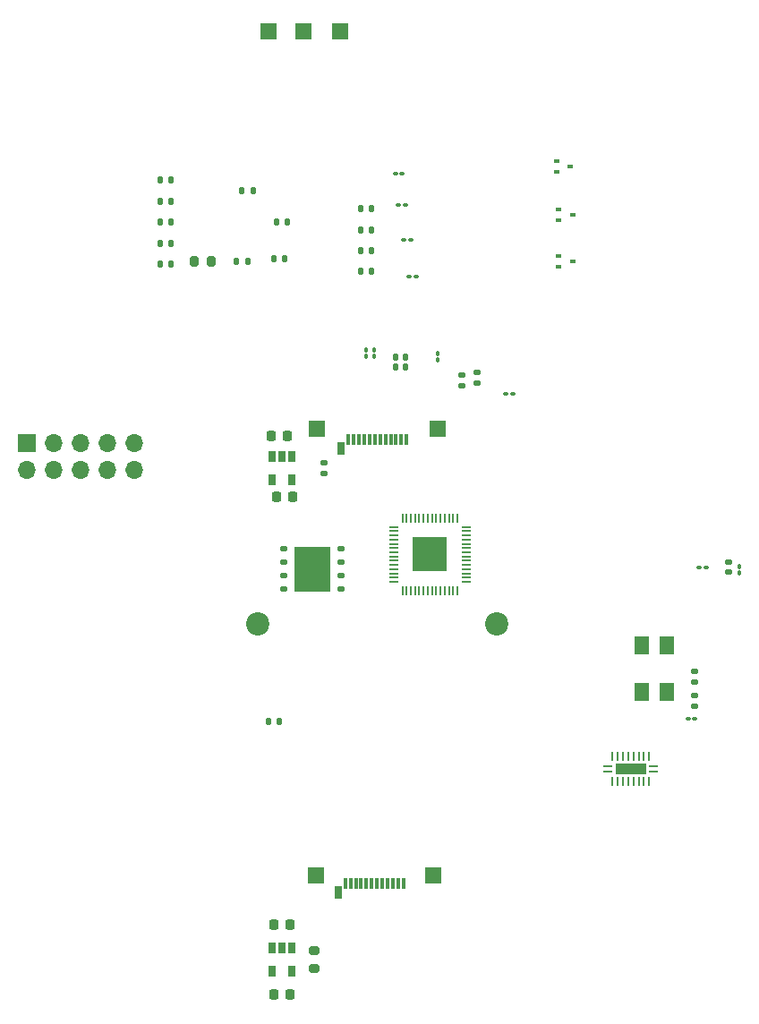
<source format=gbr>
%TF.GenerationSoftware,KiCad,Pcbnew,7.0.8*%
%TF.CreationDate,2024-04-02T14:21:28+02:00*%
%TF.ProjectId,Expansion_Card_Retrofit,45787061-6e73-4696-9f6e-5f436172645f,X1*%
%TF.SameCoordinates,Original*%
%TF.FileFunction,Soldermask,Top*%
%TF.FilePolarity,Negative*%
%FSLAX46Y46*%
G04 Gerber Fmt 4.6, Leading zero omitted, Abs format (unit mm)*
G04 Created by KiCad (PCBNEW 7.0.8) date 2024-04-02 14:21:28*
%MOMM*%
%LPD*%
G01*
G04 APERTURE LIST*
G04 Aperture macros list*
%AMRoundRect*
0 Rectangle with rounded corners*
0 $1 Rounding radius*
0 $2 $3 $4 $5 $6 $7 $8 $9 X,Y pos of 4 corners*
0 Add a 4 corners polygon primitive as box body*
4,1,4,$2,$3,$4,$5,$6,$7,$8,$9,$2,$3,0*
0 Add four circle primitives for the rounded corners*
1,1,$1+$1,$2,$3*
1,1,$1+$1,$4,$5*
1,1,$1+$1,$6,$7*
1,1,$1+$1,$8,$9*
0 Add four rect primitives between the rounded corners*
20,1,$1+$1,$2,$3,$4,$5,0*
20,1,$1+$1,$4,$5,$6,$7,0*
20,1,$1+$1,$6,$7,$8,$9,0*
20,1,$1+$1,$8,$9,$2,$3,0*%
G04 Aperture macros list end*
%ADD10R,0.650000X1.060000*%
%ADD11RoundRect,0.225000X0.225000X0.250000X-0.225000X0.250000X-0.225000X-0.250000X0.225000X-0.250000X0*%
%ADD12RoundRect,0.200000X-0.275000X0.200000X-0.275000X-0.200000X0.275000X-0.200000X0.275000X0.200000X0*%
%ADD13R,0.380000X1.000000*%
%ADD14R,0.700000X1.150000*%
%ADD15R,1.500000X1.500000*%
%ADD16C,2.200000*%
%ADD17RoundRect,0.125000X0.250000X0.125000X-0.250000X0.125000X-0.250000X-0.125000X0.250000X-0.125000X0*%
%ADD18R,3.400000X4.300000*%
%ADD19RoundRect,0.135000X-0.185000X0.135000X-0.185000X-0.135000X0.185000X-0.135000X0.185000X0.135000X0*%
%ADD20R,1.400000X1.800000*%
%ADD21RoundRect,0.140000X-0.140000X-0.170000X0.140000X-0.170000X0.140000X0.170000X-0.140000X0.170000X0*%
%ADD22RoundRect,0.135000X-0.135000X-0.185000X0.135000X-0.185000X0.135000X0.185000X-0.135000X0.185000X0*%
%ADD23RoundRect,0.147500X-0.147500X-0.172500X0.147500X-0.172500X0.147500X0.172500X-0.147500X0.172500X0*%
%ADD24RoundRect,0.100000X-0.100000X0.130000X-0.100000X-0.130000X0.100000X-0.130000X0.100000X0.130000X0*%
%ADD25RoundRect,0.100000X-0.130000X-0.100000X0.130000X-0.100000X0.130000X0.100000X-0.130000X0.100000X0*%
%ADD26R,0.510000X0.400000*%
%ADD27RoundRect,0.050000X0.050000X-0.387500X0.050000X0.387500X-0.050000X0.387500X-0.050000X-0.387500X0*%
%ADD28RoundRect,0.050000X0.387500X-0.050000X0.387500X0.050000X-0.387500X0.050000X-0.387500X-0.050000X0*%
%ADD29R,3.200000X3.200000*%
%ADD30RoundRect,0.140000X0.140000X0.170000X-0.140000X0.170000X-0.140000X-0.170000X0.140000X-0.170000X0*%
%ADD31R,1.700000X1.700000*%
%ADD32O,1.700000X1.700000*%
%ADD33RoundRect,0.140000X0.170000X-0.140000X0.170000X0.140000X-0.170000X0.140000X-0.170000X-0.140000X0*%
%ADD34RoundRect,0.135000X0.185000X-0.135000X0.185000X0.135000X-0.185000X0.135000X-0.185000X-0.135000X0*%
%ADD35RoundRect,0.200000X-0.200000X-0.275000X0.200000X-0.275000X0.200000X0.275000X-0.200000X0.275000X0*%
%ADD36RoundRect,0.100000X0.100000X-0.130000X0.100000X0.130000X-0.100000X0.130000X-0.100000X-0.130000X0*%
%ADD37RoundRect,0.100000X0.130000X0.100000X-0.130000X0.100000X-0.130000X-0.100000X0.130000X-0.100000X0*%
%ADD38RoundRect,0.062500X-0.350000X0.062500X-0.350000X-0.062500X0.350000X-0.062500X0.350000X0.062500X0*%
%ADD39RoundRect,0.062500X-0.062500X0.350000X-0.062500X-0.350000X0.062500X-0.350000X0.062500X0.350000X0*%
%ADD40R,3.000000X1.000000*%
%ADD41RoundRect,0.147500X0.172500X-0.147500X0.172500X0.147500X-0.172500X0.147500X-0.172500X-0.147500X0*%
G04 APERTURE END LIST*
D10*
%TO.C,U1*%
X132212500Y-135171000D03*
X131262500Y-135171000D03*
X130312500Y-135171000D03*
X130312500Y-137371000D03*
X132212500Y-137371000D03*
%TD*%
D11*
%TO.C,C1*%
X132037500Y-132969000D03*
X130487500Y-132969000D03*
%TD*%
D12*
%TO.C,R1*%
X134302500Y-135446000D03*
X134302500Y-137096000D03*
%TD*%
D13*
%TO.C,P1*%
X137250000Y-129040000D03*
X137750000Y-129040000D03*
X138250000Y-129040000D03*
X138750000Y-129040000D03*
X139250000Y-129040000D03*
X139750000Y-129040000D03*
X140250000Y-129040000D03*
X140750000Y-129040000D03*
X141250000Y-129040000D03*
X141750000Y-129040000D03*
X142250000Y-129040000D03*
X142750000Y-129040000D03*
D14*
X136580000Y-129880000D03*
%TD*%
D11*
%TO.C,C2*%
X132037500Y-139573000D03*
X130487500Y-139573000D03*
%TD*%
D15*
%TO.C,TP3*%
X145550000Y-128300000D03*
%TD*%
%TO.C,TP1*%
X134450000Y-128300000D03*
%TD*%
D11*
%TO.C,C2*%
X132275000Y-92500000D03*
X130725000Y-92500000D03*
%TD*%
D16*
%TO.C,H1*%
X129000000Y-104550000D03*
%TD*%
D17*
%TO.C,U5*%
X136850000Y-101230000D03*
X136850000Y-99960000D03*
X136850000Y-98690000D03*
X136850000Y-97420000D03*
X131450000Y-97420000D03*
X131450000Y-98690000D03*
X131450000Y-99960000D03*
X131450000Y-101230000D03*
D18*
X134150000Y-99325000D03*
%TD*%
D19*
%TO.C,R1*%
X135250000Y-89240000D03*
X135250000Y-90260000D03*
%TD*%
D20*
%TO.C,X1*%
X167700000Y-110950000D03*
X167700000Y-106550000D03*
X165300000Y-106550000D03*
X165300000Y-110950000D03*
%TD*%
D21*
%TO.C,C10*%
X138750000Y-71160000D03*
X139710000Y-71160000D03*
%TD*%
D22*
%TO.C,R1*%
X127490000Y-63500000D03*
X128510000Y-63500000D03*
%TD*%
D23*
%TO.C,D1*%
X130015000Y-113750000D03*
X130985000Y-113750000D03*
%TD*%
D24*
%TO.C,C12*%
X146000000Y-78930000D03*
X146000000Y-79570000D03*
%TD*%
D15*
%TO.C,TP1*%
X134600000Y-86050000D03*
%TD*%
D25*
%TO.C,C6*%
X142295000Y-64910000D03*
X142935000Y-64910000D03*
%TD*%
D10*
%TO.C,U1*%
X132200000Y-88650000D03*
X131250000Y-88650000D03*
X130300000Y-88650000D03*
X130300000Y-90850000D03*
X132200000Y-90850000D03*
%TD*%
D26*
%TO.C,Q1*%
X157250000Y-60750000D03*
X157250000Y-61750000D03*
X158540000Y-61250000D03*
%TD*%
D16*
%TO.C,H2*%
X151600000Y-104550000D03*
%TD*%
D27*
%TO.C,U4*%
X142650000Y-101375000D03*
X143050000Y-101375000D03*
X143450000Y-101375000D03*
X143850000Y-101375000D03*
X144250000Y-101375000D03*
X144650000Y-101375000D03*
X145050000Y-101375000D03*
X145450000Y-101375000D03*
X145850000Y-101375000D03*
X146250000Y-101375000D03*
X146650000Y-101375000D03*
X147050000Y-101375000D03*
X147450000Y-101375000D03*
X147850000Y-101375000D03*
D28*
X148687500Y-100537500D03*
X148687500Y-100137500D03*
X148687500Y-99737500D03*
X148687500Y-99337500D03*
X148687500Y-98937500D03*
X148687500Y-98537500D03*
X148687500Y-98137500D03*
X148687500Y-97737500D03*
X148687500Y-97337500D03*
X148687500Y-96937500D03*
X148687500Y-96537500D03*
X148687500Y-96137500D03*
X148687500Y-95737500D03*
X148687500Y-95337500D03*
D27*
X147850000Y-94500000D03*
X147450000Y-94500000D03*
X147050000Y-94500000D03*
X146650000Y-94500000D03*
X146250000Y-94500000D03*
X145850000Y-94500000D03*
X145450000Y-94500000D03*
X145050000Y-94500000D03*
X144650000Y-94500000D03*
X144250000Y-94500000D03*
X143850000Y-94500000D03*
X143450000Y-94500000D03*
X143050000Y-94500000D03*
X142650000Y-94500000D03*
D28*
X141812500Y-95337500D03*
X141812500Y-95737500D03*
X141812500Y-96137500D03*
X141812500Y-96537500D03*
X141812500Y-96937500D03*
X141812500Y-97337500D03*
X141812500Y-97737500D03*
X141812500Y-98137500D03*
X141812500Y-98537500D03*
X141812500Y-98937500D03*
X141812500Y-99337500D03*
X141812500Y-99737500D03*
X141812500Y-100137500D03*
X141812500Y-100537500D03*
D29*
X145250000Y-97937500D03*
%TD*%
D30*
%TO.C,C14*%
X142980000Y-80250000D03*
X142020000Y-80250000D03*
%TD*%
D25*
%TO.C,C4*%
X170750000Y-99155000D03*
X171390000Y-99155000D03*
%TD*%
D21*
%TO.C,C7*%
X138750000Y-65250000D03*
X139710000Y-65250000D03*
%TD*%
%TO.C,C9*%
X138750000Y-69190000D03*
X139710000Y-69190000D03*
%TD*%
%TO.C,C8*%
X138750000Y-67220000D03*
X139710000Y-67220000D03*
%TD*%
D31*
%TO.C,J1*%
X107150000Y-87375000D03*
D32*
X107150000Y-89915000D03*
X109690000Y-87375000D03*
X109690000Y-89915000D03*
X112230000Y-87375000D03*
X112230000Y-89915000D03*
X114770000Y-87375000D03*
X114770000Y-89915000D03*
X117310000Y-87375000D03*
X117310000Y-89915000D03*
%TD*%
D33*
%TO.C,C16*%
X173500000Y-99635000D03*
X173500000Y-98675000D03*
%TD*%
D15*
%TO.C,TP5*%
X130000000Y-48500000D03*
%TD*%
D26*
%TO.C,Q3*%
X157460000Y-69750000D03*
X157460000Y-70750000D03*
X158750000Y-70250000D03*
%TD*%
D34*
%TO.C,R3*%
X170250000Y-110030000D03*
X170250000Y-109010000D03*
%TD*%
D25*
%TO.C,C11*%
X142795000Y-68160000D03*
X143435000Y-68160000D03*
%TD*%
D15*
%TO.C,TP3*%
X146000000Y-86050000D03*
%TD*%
%TO.C,TP6*%
X136750000Y-48500000D03*
%TD*%
D35*
%TO.C,R11*%
X122925000Y-70250000D03*
X124575000Y-70250000D03*
%TD*%
D26*
%TO.C,Q2*%
X157460000Y-65300000D03*
X157460000Y-66300000D03*
X158750000Y-65800000D03*
%TD*%
D25*
%TO.C,C5*%
X141975000Y-61910000D03*
X142615000Y-61910000D03*
%TD*%
%TO.C,C18*%
X143295000Y-71660000D03*
X143935000Y-71660000D03*
%TD*%
D22*
%TO.C,R12*%
X119730000Y-62540000D03*
X120750000Y-62540000D03*
%TD*%
%TO.C,R6*%
X130480000Y-70000000D03*
X131500000Y-70000000D03*
%TD*%
%TO.C,R15*%
X119730000Y-68510000D03*
X120750000Y-68510000D03*
%TD*%
D36*
%TO.C,C17*%
X174500000Y-99725000D03*
X174500000Y-99085000D03*
%TD*%
D22*
%TO.C,R13*%
X119730000Y-64530000D03*
X120750000Y-64530000D03*
%TD*%
D15*
%TO.C,TP7*%
X133250000Y-48500000D03*
%TD*%
D13*
%TO.C,P1*%
X137550000Y-87090000D03*
X138050000Y-87090000D03*
X138550000Y-87090000D03*
X139050000Y-87090000D03*
X139550000Y-87090000D03*
X140050000Y-87090000D03*
X140550000Y-87090000D03*
X141050000Y-87090000D03*
X141550000Y-87090000D03*
X142050000Y-87090000D03*
X142550000Y-87090000D03*
X143050000Y-87090000D03*
D14*
X136880000Y-87930000D03*
%TD*%
D22*
%TO.C,R5*%
X126980000Y-70250000D03*
X128000000Y-70250000D03*
%TD*%
D34*
%TO.C,R17*%
X149750000Y-81760000D03*
X149750000Y-80740000D03*
%TD*%
D22*
%TO.C,R14*%
X119730000Y-66520000D03*
X120750000Y-66520000D03*
%TD*%
D37*
%TO.C,C3*%
X170320000Y-113500000D03*
X169680000Y-113500000D03*
%TD*%
D34*
%TO.C,R2*%
X170250000Y-112270000D03*
X170250000Y-111250000D03*
%TD*%
D37*
%TO.C,C13*%
X153070000Y-82750000D03*
X152430000Y-82750000D03*
%TD*%
D30*
%TO.C,C15*%
X142980000Y-79250000D03*
X142020000Y-79250000D03*
%TD*%
D22*
%TO.C,R16*%
X119730000Y-70500000D03*
X120750000Y-70500000D03*
%TD*%
D38*
%TO.C,U6*%
X166437500Y-118000000D03*
D39*
X166000000Y-117062500D03*
X165500000Y-117062500D03*
X165000000Y-117062500D03*
X164500000Y-117062500D03*
X164000000Y-117062500D03*
X163500000Y-117062500D03*
X163000000Y-117062500D03*
X162500000Y-117062500D03*
D38*
X162062500Y-118000000D03*
X162062500Y-118500000D03*
D39*
X162500000Y-119437500D03*
X163000000Y-119437500D03*
X163500000Y-119437500D03*
X164000000Y-119437500D03*
X164500000Y-119437500D03*
X165000000Y-119437500D03*
X165500000Y-119437500D03*
X166000000Y-119437500D03*
D38*
X166437500Y-118500000D03*
D40*
X164250000Y-118250000D03*
%TD*%
D11*
%TO.C,C1*%
X131775000Y-86750000D03*
X130225000Y-86750000D03*
%TD*%
D24*
%TO.C,R9*%
X139250000Y-78585000D03*
X139250000Y-79225000D03*
%TD*%
%TO.C,R10*%
X140000000Y-78585000D03*
X140000000Y-79225000D03*
%TD*%
D41*
%TO.C,D2*%
X148250000Y-81970000D03*
X148250000Y-81000000D03*
%TD*%
D22*
%TO.C,R4*%
X130750000Y-66500000D03*
X131770000Y-66500000D03*
%TD*%
M02*

</source>
